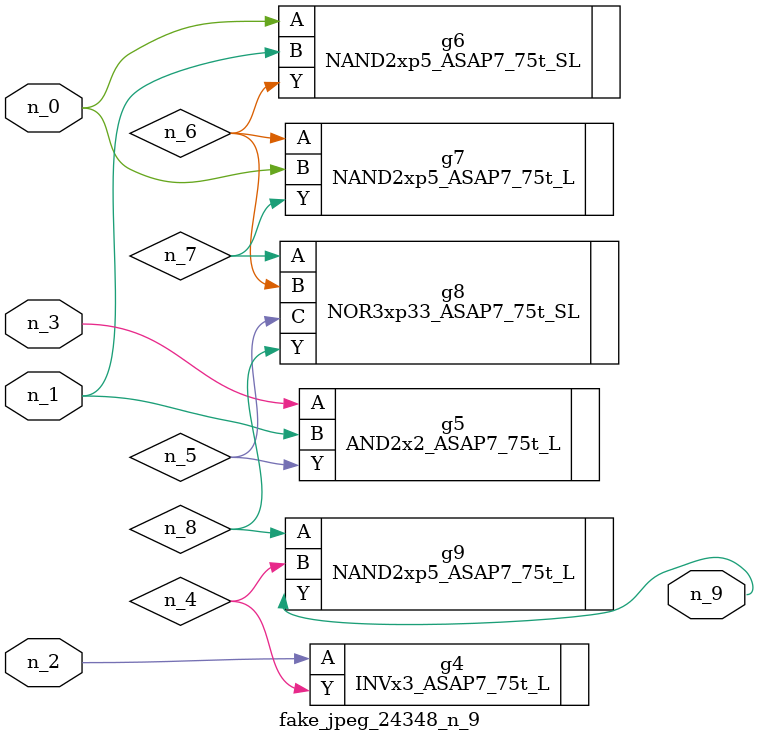
<source format=v>
module fake_jpeg_24348_n_9 (n_0, n_3, n_2, n_1, n_9);

input n_0;
input n_3;
input n_2;
input n_1;

output n_9;

wire n_4;
wire n_8;
wire n_6;
wire n_5;
wire n_7;

INVx3_ASAP7_75t_L g4 ( 
.A(n_2),
.Y(n_4)
);

AND2x2_ASAP7_75t_L g5 ( 
.A(n_3),
.B(n_1),
.Y(n_5)
);

NAND2xp5_ASAP7_75t_SL g6 ( 
.A(n_0),
.B(n_1),
.Y(n_6)
);

NAND2xp5_ASAP7_75t_L g7 ( 
.A(n_6),
.B(n_0),
.Y(n_7)
);

NOR3xp33_ASAP7_75t_SL g8 ( 
.A(n_7),
.B(n_6),
.C(n_5),
.Y(n_8)
);

NAND2xp5_ASAP7_75t_L g9 ( 
.A(n_8),
.B(n_4),
.Y(n_9)
);


endmodule
</source>
